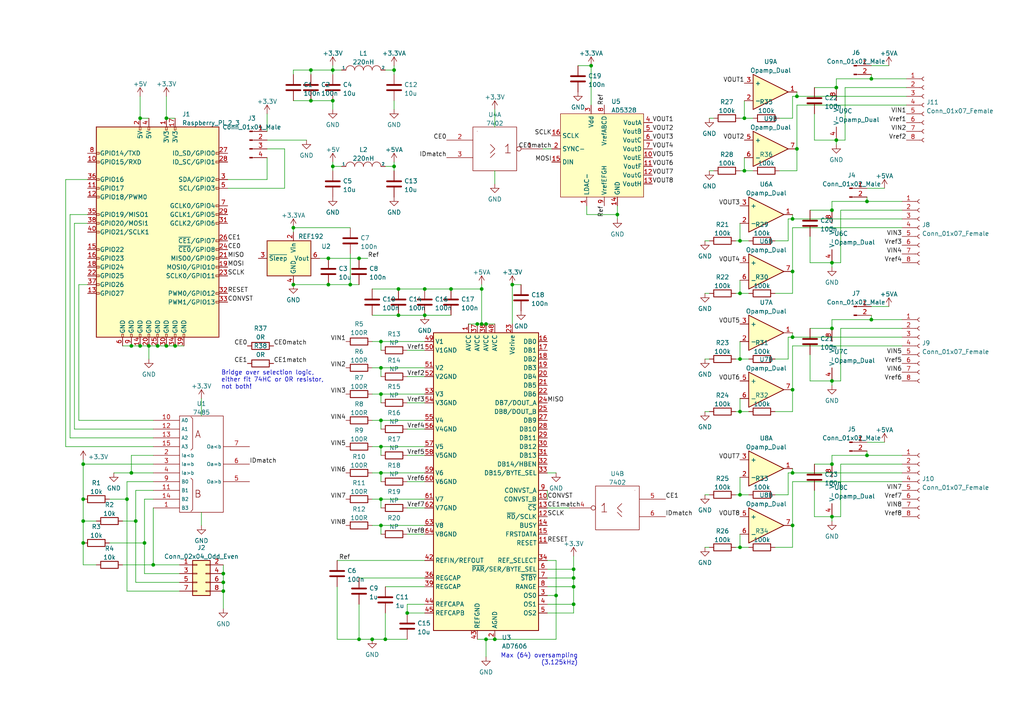
<source format=kicad_sch>
(kicad_sch (version 20211123) (generator eeschema)
  (paper "A4")
  (junction (at 38.1 137.16))
  (junction (at 143.51 185.42))
  (junction (at 214.63 69.85))
  (junction (at 241.3 60.96))
  (junction (at 179.07 62.23))
  (junction (at 140.97 93.98))
  (junction (at 101.6 82.55))
  (junction (at 44.45 163.83))
  (junction (at 111.76 185.42))
  (junction (at 95.25 74.93))
  (junction (at 214.63 143.51))
  (junction (at 166.37 170.18))
  (junction (at 229.87 152.4))
  (junction (at 104.14 74.93))
  (junction (at 241.3 76.2))
  (junction (at 64.77 171.45))
  (junction (at 229.87 137.16))
  (junction (at 41.91 157.48))
  (junction (at 140.97 185.42))
  (junction (at 229.87 97.79))
  (junction (at 90.17 20.32))
  (junction (at 241.3 95.25))
  (junction (at 40.64 34.29))
  (junction (at 48.26 34.29))
  (junction (at 229.87 63.5))
  (junction (at 45.72 100.33))
  (junction (at 96.52 20.32))
  (junction (at 110.49 121.92))
  (junction (at 36.83 144.78))
  (junction (at 171.45 19.05))
  (junction (at 110.49 144.78))
  (junction (at 114.3 48.26))
  (junction (at 96.52 29.21))
  (junction (at 96.52 48.26))
  (junction (at 95.25 82.55))
  (junction (at 242.57 25.4))
  (junction (at 104.14 185.42))
  (junction (at 115.57 83.82))
  (junction (at 166.37 175.26))
  (junction (at 138.43 93.98))
  (junction (at 50.8 100.33))
  (junction (at 231.14 27.94))
  (junction (at 166.37 165.1))
  (junction (at 64.77 166.37))
  (junction (at 214.63 104.14))
  (junction (at 214.63 158.75))
  (junction (at 110.49 129.54))
  (junction (at 38.1 100.33))
  (junction (at 90.17 29.21))
  (junction (at 123.19 91.44))
  (junction (at 40.64 100.33))
  (junction (at 110.49 106.68))
  (junction (at 115.57 91.44))
  (junction (at 251.46 132.08))
  (junction (at 24.13 151.13))
  (junction (at 252.73 22.86))
  (junction (at 110.49 99.06))
  (junction (at 24.13 157.48))
  (junction (at 166.37 167.64))
  (junction (at 64.77 168.91))
  (junction (at 229.87 78.74))
  (junction (at 48.26 100.33))
  (junction (at 214.63 119.38))
  (junction (at 107.95 185.42))
  (junction (at 114.3 20.32))
  (junction (at 123.19 83.82))
  (junction (at 110.49 137.16))
  (junction (at 252.73 92.71))
  (junction (at 241.3 149.86))
  (junction (at 148.59 82.55))
  (junction (at 139.7 83.82))
  (junction (at 215.9 49.53))
  (junction (at 43.18 100.33))
  (junction (at 161.29 172.72))
  (junction (at 118.11 177.8))
  (junction (at 241.3 110.49))
  (junction (at 242.57 40.64))
  (junction (at 251.46 58.42))
  (junction (at 85.09 82.55))
  (junction (at 24.13 144.78))
  (junction (at 215.9 34.29))
  (junction (at 39.37 151.13))
  (junction (at 241.3 134.62))
  (junction (at 139.7 93.98))
  (junction (at 229.87 113.03))
  (junction (at 110.49 114.3))
  (junction (at 24.13 134.62))
  (junction (at 110.49 152.4))
  (junction (at 85.09 66.04))
  (junction (at 231.14 43.18))
  (junction (at 130.81 83.82))
  (junction (at 214.63 85.09))
  (wire (pts (xy 96.52 48.26) (xy 96.52 49.53)))
  (wire (pts (xy 40.64 34.29) (xy 40.64 27.94)))
  (wire (pts (xy 96.52 29.21) (xy 96.52 31.75)))
  (wire (pts (xy 262.89 27.94) (xy 231.14 27.94)))
  (wire (pts (xy 224.79 104.14) (xy 228.6 104.14)))
  (wire (pts (xy 251.46 57.15) (xy 251.46 58.42)))
  (wire (pts (xy 157.48 43.18) (xy 160.02 43.18)))
  (wire (pts (xy 251.46 132.08) (xy 241.3 132.08)))
  (wire (pts (xy 118.11 147.32) (xy 123.19 147.32)))
  (wire (pts (xy 85.09 21.59) (xy 85.09 20.32)))
  (wire (pts (xy 110.49 129.54) (xy 123.19 129.54)))
  (wire (pts (xy 107.95 137.16) (xy 110.49 137.16)))
  (wire (pts (xy 204.47 119.38) (xy 205.74 119.38)))
  (wire (pts (xy 234.95 102.87) (xy 234.95 110.49)))
  (wire (pts (xy 110.49 152.4) (xy 110.49 154.94)))
  (wire (pts (xy 148.59 82.55) (xy 151.13 82.55)))
  (wire (pts (xy 243.84 110.49) (xy 241.3 110.49)))
  (wire (pts (xy 97.79 162.56) (xy 123.19 162.56)))
  (wire (pts (xy 50.8 100.33) (xy 53.34 100.33)))
  (wire (pts (xy 229.87 139.7) (xy 229.87 152.4)))
  (wire (pts (xy 110.49 114.3) (xy 110.49 116.84)))
  (wire (pts (xy 97.79 185.42) (xy 97.79 170.18)))
  (wire (pts (xy 261.62 60.96) (xy 243.84 60.96)))
  (wire (pts (xy 85.09 66.04) (xy 85.09 67.31)))
  (wire (pts (xy 31.75 144.78) (xy 36.83 144.78)))
  (wire (pts (xy 140.97 93.98) (xy 143.51 93.98)))
  (wire (pts (xy 114.3 20.32) (xy 114.3 21.59)))
  (wire (pts (xy 158.75 170.18) (xy 166.37 170.18)))
  (wire (pts (xy 228.6 143.51) (xy 228.6 137.16)))
  (wire (pts (xy 143.51 31.75) (xy 143.51 36.83)))
  (wire (pts (xy 25.4 82.55) (xy 22.86 82.55)))
  (wire (pts (xy 261.62 63.5) (xy 229.87 63.5)))
  (wire (pts (xy 179.07 62.23) (xy 179.07 63.5)))
  (wire (pts (xy 226.06 34.29) (xy 229.87 34.29)))
  (wire (pts (xy 36.83 139.7) (xy 44.45 139.7)))
  (wire (pts (xy 96.52 48.26) (xy 99.06 48.26)))
  (wire (pts (xy 52.07 163.83) (xy 44.45 163.83)))
  (wire (pts (xy 213.36 143.51) (xy 214.63 143.51)))
  (wire (pts (xy 118.11 109.22) (xy 123.19 109.22)))
  (wire (pts (xy 43.18 100.33) (xy 43.18 104.14)))
  (wire (pts (xy 171.45 19.05) (xy 171.45 30.48)))
  (wire (pts (xy 205.74 49.53) (xy 207.01 49.53)))
  (wire (pts (xy 104.14 167.64) (xy 123.19 167.64)))
  (wire (pts (xy 251.46 58.42) (xy 241.3 58.42)))
  (wire (pts (xy 110.49 137.16) (xy 123.19 137.16)))
  (wire (pts (xy 20.32 62.23) (xy 25.4 62.23)))
  (wire (pts (xy 107.95 121.92) (xy 110.49 121.92)))
  (wire (pts (xy 64.77 171.45) (xy 64.77 176.53)))
  (wire (pts (xy 19.05 52.07) (xy 19.05 129.54)))
  (wire (pts (xy 243.84 76.2) (xy 241.3 76.2)))
  (wire (pts (xy 118.11 116.84) (xy 123.19 116.84)))
  (wire (pts (xy 39.37 168.91) (xy 52.07 168.91)))
  (wire (pts (xy 231.14 27.94) (xy 231.14 26.67)))
  (wire (pts (xy 161.29 162.56) (xy 161.29 172.72)))
  (wire (pts (xy 21.59 64.77) (xy 21.59 124.46)))
  (wire (pts (xy 118.11 132.08) (xy 123.19 132.08)))
  (wire (pts (xy 107.95 99.06) (xy 110.49 99.06)))
  (wire (pts (xy 204.47 143.51) (xy 205.74 143.51)))
  (wire (pts (xy 242.57 22.86) (xy 242.57 25.4)))
  (wire (pts (xy 213.36 119.38) (xy 214.63 119.38)))
  (wire (pts (xy 44.45 134.62) (xy 24.13 134.62)))
  (wire (pts (xy 224.79 119.38) (xy 229.87 119.38)))
  (wire (pts (xy 261.62 132.08) (xy 251.46 132.08)))
  (wire (pts (xy 231.14 49.53) (xy 231.14 43.18)))
  (wire (pts (xy 118.11 175.26) (xy 118.11 177.8)))
  (wire (pts (xy 38.1 132.08) (xy 38.1 137.16)))
  (wire (pts (xy 111.76 177.8) (xy 111.76 185.42)))
  (wire (pts (xy 110.49 114.3) (xy 123.19 114.3)))
  (wire (pts (xy 214.63 154.94) (xy 214.63 158.75)))
  (wire (pts (xy 243.84 95.25) (xy 243.84 110.49)))
  (wire (pts (xy 107.95 185.42) (xy 104.14 185.42)))
  (wire (pts (xy 161.29 185.42) (xy 143.51 185.42)))
  (wire (pts (xy 44.45 121.92) (xy 22.86 121.92)))
  (wire (pts (xy 64.77 168.91) (xy 64.77 171.45)))
  (wire (pts (xy 234.95 68.58) (xy 234.95 76.2)))
  (wire (pts (xy 66.04 52.07) (xy 77.47 52.07)))
  (wire (pts (xy 214.63 158.75) (xy 217.17 158.75)))
  (wire (pts (xy 252.73 88.9) (xy 257.81 88.9)))
  (wire (pts (xy 41.91 144.78) (xy 44.45 144.78)))
  (wire (pts (xy 242.57 40.64) (xy 242.57 41.91)))
  (wire (pts (xy 140.97 185.42) (xy 143.51 185.42)))
  (wire (pts (xy 158.75 177.8) (xy 166.37 177.8)))
  (wire (pts (xy 43.18 34.29) (xy 40.64 34.29)))
  (wire (pts (xy 85.09 29.21) (xy 90.17 29.21)))
  (wire (pts (xy 166.37 170.18) (xy 166.37 175.26)))
  (wire (pts (xy 217.17 104.14) (xy 214.63 104.14)))
  (wire (pts (xy 229.87 100.33) (xy 229.87 113.03)))
  (wire (pts (xy 118.11 154.94) (xy 123.19 154.94)))
  (wire (pts (xy 130.81 83.82) (xy 139.7 83.82)))
  (wire (pts (xy 31.75 157.48) (xy 41.91 157.48)))
  (wire (pts (xy 158.75 172.72) (xy 161.29 172.72)))
  (wire (pts (xy 158.75 137.16) (xy 161.29 137.16)))
  (wire (pts (xy 33.02 137.16) (xy 38.1 137.16)))
  (wire (pts (xy 138.43 93.98) (xy 139.7 93.98)))
  (wire (pts (xy 229.87 85.09) (xy 229.87 78.74)))
  (wire (pts (xy 213.36 104.14) (xy 214.63 104.14)))
  (wire (pts (xy 41.91 166.37) (xy 41.91 157.48)))
  (wire (pts (xy 85.09 66.04) (xy 101.6 66.04)))
  (wire (pts (xy 179.07 62.23) (xy 170.18 62.23)))
  (wire (pts (xy 139.7 83.82) (xy 139.7 93.98)))
  (wire (pts (xy 161.29 172.72) (xy 161.29 185.42)))
  (wire (pts (xy 58.42 115.57) (xy 58.42 120.65)))
  (wire (pts (xy 213.36 85.09) (xy 214.63 85.09)))
  (wire (pts (xy 107.95 106.68) (xy 110.49 106.68)))
  (wire (pts (xy 241.3 76.2) (xy 241.3 77.47)))
  (wire (pts (xy 95.25 82.55) (xy 101.6 82.55)))
  (wire (pts (xy 241.3 58.42) (xy 241.3 60.96)))
  (wire (pts (xy 214.63 85.09) (xy 217.17 85.09)))
  (wire (pts (xy 158.75 167.64) (xy 166.37 167.64)))
  (wire (pts (xy 38.1 100.33) (xy 40.64 100.33)))
  (wire (pts (xy 252.73 19.05) (xy 257.81 19.05)))
  (wire (pts (xy 24.13 163.83) (xy 24.13 157.48)))
  (wire (pts (xy 214.63 119.38) (xy 217.17 119.38)))
  (wire (pts (xy 261.62 95.25) (xy 243.84 95.25)))
  (wire (pts (xy 229.87 158.75) (xy 229.87 152.4)))
  (wire (pts (xy 236.22 33.02) (xy 236.22 40.64)))
  (wire (pts (xy 82.55 54.61) (xy 82.55 43.18)))
  (wire (pts (xy 139.7 93.98) (xy 140.97 93.98)))
  (wire (pts (xy 77.47 33.02) (xy 77.47 38.1)))
  (wire (pts (xy 214.63 81.28) (xy 214.63 85.09)))
  (wire (pts (xy 107.95 129.54) (xy 110.49 129.54)))
  (wire (pts (xy 214.63 104.14) (xy 214.63 99.06)))
  (wire (pts (xy 110.49 99.06) (xy 110.49 101.6)))
  (wire (pts (xy 85.09 20.32) (xy 90.17 20.32)))
  (wire (pts (xy 43.18 100.33) (xy 45.72 100.33)))
  (wire (pts (xy 27.94 163.83) (xy 24.13 163.83)))
  (wire (pts (xy 110.49 99.06) (xy 123.19 99.06)))
  (wire (pts (xy 85.09 82.55) (xy 95.25 82.55)))
  (wire (pts (xy 38.1 137.16) (xy 44.45 137.16)))
  (wire (pts (xy 229.87 27.94) (xy 231.14 27.94)))
  (wire (pts (xy 118.11 139.7) (xy 123.19 139.7)))
  (wire (pts (xy 95.25 74.93) (xy 104.14 74.93)))
  (wire (pts (xy 252.73 22.86) (xy 242.57 22.86)))
  (wire (pts (xy 110.49 129.54) (xy 110.49 132.08)))
  (wire (pts (xy 138.43 185.42) (xy 140.97 185.42)))
  (wire (pts (xy 82.55 43.18) (xy 77.47 43.18)))
  (wire (pts (xy 170.18 62.23) (xy 170.18 59.69)))
  (wire (pts (xy 35.56 163.83) (xy 44.45 163.83)))
  (wire (pts (xy 236.22 149.86) (xy 241.3 149.86)))
  (wire (pts (xy 118.11 124.46) (xy 123.19 124.46)))
  (wire (pts (xy 252.73 92.71) (xy 241.3 92.71)))
  (wire (pts (xy 261.62 97.79) (xy 229.87 97.79)))
  (wire (pts (xy 251.46 128.27) (xy 256.54 128.27)))
  (wire (pts (xy 22.86 82.55) (xy 22.86 121.92)))
  (wire (pts (xy 35.56 100.33) (xy 38.1 100.33)))
  (wire (pts (xy 111.76 48.26) (xy 114.3 48.26)))
  (wire (pts (xy 213.36 69.85) (xy 214.63 69.85)))
  (wire (pts (xy 110.49 144.78) (xy 110.49 147.32)))
  (wire (pts (xy 228.6 97.79) (xy 229.87 97.79)))
  (wire (pts (xy 21.59 64.77) (xy 25.4 64.77)))
  (wire (pts (xy 114.3 19.05) (xy 114.3 20.32)))
  (wire (pts (xy 215.9 45.72) (xy 215.9 49.53)))
  (wire (pts (xy 110.49 121.92) (xy 110.49 124.46)))
  (wire (pts (xy 104.14 185.42) (xy 97.79 185.42)))
  (wire (pts (xy 50.8 34.29) (xy 48.26 34.29)))
  (wire (pts (xy 143.51 49.53) (xy 143.51 53.34)))
  (wire (pts (xy 236.22 134.62) (xy 241.3 134.62)))
  (wire (pts (xy 166.37 167.64) (xy 166.37 170.18)))
  (wire (pts (xy 110.49 121.92) (xy 123.19 121.92)))
  (wire (pts (xy 24.13 151.13) (xy 24.13 157.48)))
  (wire (pts (xy 39.37 142.24) (xy 44.45 142.24)))
  (wire (pts (xy 90.17 20.32) (xy 90.17 21.59)))
  (wire (pts (xy 110.49 106.68) (xy 110.49 109.22)))
  (wire (pts (xy 243.84 134.62) (xy 243.84 149.86)))
  (wire (pts (xy 241.3 149.86) (xy 241.3 151.13)))
  (wire (pts (xy 77.47 45.72) (xy 77.47 52.07)))
  (wire (pts (xy 229.87 97.79) (xy 229.87 96.52)))
  (wire (pts (xy 262.89 25.4) (xy 245.11 25.4)))
  (wire (pts (xy 228.6 69.85) (xy 228.6 63.5)))
  (wire (pts (xy 39.37 151.13) (xy 39.37 168.91)))
  (wire (pts (xy 261.62 139.7) (xy 229.87 139.7)))
  (wire (pts (xy 214.63 115.57) (xy 214.63 119.38)))
  (wire (pts (xy 243.84 60.96) (xy 243.84 76.2)))
  (wire (pts (xy 261.62 137.16) (xy 229.87 137.16)))
  (wire (pts (xy 213.36 158.75) (xy 214.63 158.75)))
  (wire (pts (xy 39.37 142.24) (xy 39.37 151.13)))
  (wire (pts (xy 215.9 49.53) (xy 218.44 49.53)))
  (wire (pts (xy 241.3 92.71) (xy 241.3 95.25)))
  (wire (pts (xy 96.52 19.05) (xy 96.52 20.32)))
  (wire (pts (xy 158.75 162.56) (xy 161.29 162.56)))
  (wire (pts (xy 123.19 175.26) (xy 118.11 175.26)))
  (wire (pts (xy 166.37 177.8) (xy 166.37 175.26)))
  (wire (pts (xy 167.64 19.05) (xy 171.45 19.05)))
  (wire (pts (xy 96.52 46.99) (xy 96.52 48.26)))
  (wire (pts (xy 19.05 52.07) (xy 25.4 52.07)))
  (wire (pts (xy 52.07 166.37) (xy 41.91 166.37)))
  (wire (pts (xy 224.79 158.75) (xy 229.87 158.75)))
  (wire (pts (xy 36.83 144.78) (xy 36.83 139.7)))
  (wire (pts (xy 107.95 144.78) (xy 110.49 144.78)))
  (wire (pts (xy 118.11 177.8) (xy 123.19 177.8)))
  (wire (pts (xy 231.14 30.48) (xy 231.14 43.18)))
  (wire (pts (xy 241.3 132.08) (xy 241.3 134.62)))
  (wire (pts (xy 228.6 104.14) (xy 228.6 97.79)))
  (wire (pts (xy 140.97 185.42) (xy 140.97 190.5)))
  (wire (pts (xy 115.57 83.82) (xy 123.19 83.82)))
  (wire (pts (xy 107.95 152.4) (xy 110.49 152.4)))
  (wire (pts (xy 217.17 69.85) (xy 214.63 69.85)))
  (wire (pts (xy 234.95 76.2) (xy 241.3 76.2)))
  (wire (pts (xy 158.75 147.32) (xy 165.1 147.32)))
  (wire (pts (xy 234.95 95.25) (xy 241.3 95.25)))
  (wire (pts (xy 110.49 144.78) (xy 123.19 144.78)))
  (wire (pts (xy 158.75 175.26) (xy 166.37 175.26)))
  (wire (pts (xy 27.94 151.13) (xy 24.13 151.13)))
  (wire (pts (xy 241.3 110.49) (xy 241.3 111.76)))
  (wire (pts (xy 107.95 91.44) (xy 115.57 91.44)))
  (wire (pts (xy 262.89 22.86) (xy 252.73 22.86)))
  (wire (pts (xy 204.47 85.09) (xy 205.74 85.09)))
  (wire (pts (xy 110.49 137.16) (xy 110.49 139.7)))
  (wire (pts (xy 118.11 185.42) (xy 111.76 185.42)))
  (wire (pts (xy 44.45 129.54) (xy 19.05 129.54)))
  (wire (pts (xy 40.64 100.33) (xy 43.18 100.33)))
  (wire (pts (xy 106.68 74.93) (xy 104.14 74.93)))
  (wire (pts (xy 243.84 149.86) (xy 241.3 149.86)))
  (wire (pts (xy 77.47 40.64) (xy 88.9 40.64)))
  (wire (pts (xy 214.63 143.51) (xy 214.63 138.43)))
  (wire (pts (xy 217.17 143.51) (xy 214.63 143.51)))
  (wire (pts (xy 123.19 83.82) (xy 130.81 83.82)))
  (wire (pts (xy 48.26 34.29) (xy 48.26 27.94)))
  (wire (pts (xy 234.95 60.96) (xy 241.3 60.96)))
  (wire (pts (xy 218.44 34.29) (xy 215.9 34.29)))
  (wire (pts (xy 179.07 59.69) (xy 179.07 62.23)))
  (wire (pts (xy 139.7 83.82) (xy 139.7 82.55)))
  (wire (pts (xy 261.62 58.42) (xy 251.46 58.42)))
  (wire (pts (xy 66.04 54.61) (xy 82.55 54.61)))
  (wire (pts (xy 148.59 82.55) (xy 148.59 93.98)))
  (wire (pts (xy 104.14 175.26) (xy 104.14 185.42)))
  (wire (pts (xy 204.47 158.75) (xy 205.74 158.75)))
  (wire (pts (xy 229.87 137.16) (xy 229.87 135.89)))
  (wire (pts (xy 158.75 142.24) (xy 158.75 144.78)))
  (wire (pts (xy 101.6 73.66) (xy 101.6 82.55)))
  (wire (pts (xy 228.6 137.16) (xy 229.87 137.16)))
  (wire (pts (xy 229.87 34.29) (xy 229.87 27.94)))
  (wire (pts (xy 111.76 185.42) (xy 107.95 185.42)))
  (wire (pts (xy 111.76 20.32) (xy 114.3 20.32)))
  (wire (pts (xy 261.62 134.62) (xy 243.84 134.62)))
  (wire (pts (xy 64.77 166.37) (xy 64.77 168.91)))
  (wire (pts (xy 107.95 114.3) (xy 110.49 114.3)))
  (wire (pts (xy 261.62 66.04) (xy 229.87 66.04)))
  (wire (pts (xy 166.37 161.29) (xy 166.37 165.1)))
  (wire (pts (xy 96.52 20.32) (xy 99.06 20.32)))
  (wire (pts (xy 245.11 40.64) (xy 242.57 40.64)))
  (wire (pts (xy 36.83 144.78) (xy 36.83 171.45)))
  (wire (pts (xy 44.45 127) (xy 20.32 127)))
  (wire (pts (xy 114.3 46.99) (xy 114.3 48.26)))
  (wire (pts (xy 135.89 93.98) (xy 138.43 93.98)))
  (wire (pts (xy 252.73 21.59) (xy 252.73 22.86)))
  (wire (pts (xy 110.49 106.68) (xy 123.19 106.68)))
  (wire (pts (xy 90.17 20.32) (xy 96.52 20.32)))
  (wire (pts (xy 228.6 63.5) (xy 229.87 63.5)))
  (wire (pts (xy 229.87 66.04) (xy 229.87 78.74)))
  (wire (pts (xy 110.49 152.4) (xy 123.19 152.4)))
  (wire (pts (xy 214.63 49.53) (xy 215.9 49.53)))
  (wire (pts (xy 24.13 134.62) (xy 24.13 133.35)))
  (wire (pts (xy 48.26 100.33) (xy 50.8 100.33)))
  (wire (pts (xy 229.87 119.38) (xy 229.87 113.03)))
  (wire (pts (xy 111.76 170.18) (xy 123.19 170.18)))
  (wire (pts (xy 252.73 91.44) (xy 252.73 92.71)))
  (wire (pts (xy 262.89 30.48) (xy 231.14 30.48)))
  (wire (pts (xy 123.19 91.44) (xy 130.81 91.44)))
  (wire (pts (xy 107.95 83.82) (xy 115.57 83.82)))
  (wire (pts (xy 226.06 49.53) (xy 231.14 49.53)))
  (wire (pts (xy 205.74 34.29) (xy 207.01 34.29)))
  (wire (pts (xy 236.22 40.64) (xy 242.57 40.64)))
  (wire (pts (xy 64.77 163.83) (xy 64.77 166.37)))
  (wire (pts (xy 236.22 142.24) (xy 236.22 149.86)))
  (wire (pts (xy 44.45 132.08) (xy 38.1 132.08)))
  (wire (pts (xy 58.42 148.59) (xy 58.42 152.4)))
  (wire (pts (xy 229.87 63.5) (xy 229.87 62.23)))
  (wire (pts (xy 92.71 74.93) (xy 95.25 74.93)))
  (wire (pts (xy 224.79 85.09) (xy 229.87 85.09)))
  (wire (pts (xy 101.6 82.55) (xy 104.14 82.55)))
  (wire (pts (xy 261.62 100.33) (xy 229.87 100.33)))
  (wire (pts (xy 45.72 100.33) (xy 48.26 100.33)))
  (wire (pts (xy 114.3 29.21) (xy 114.3 31.75)))
  (wire (pts (xy 36.83 171.45) (xy 52.07 171.45)))
  (wire (pts (xy 158.75 165.1) (xy 166.37 165.1)))
  (wire (pts (xy 261.62 92.71) (xy 252.73 92.71)))
  (wire (pts (xy 24.13 144.78) (xy 24.13 151.13)))
  (wire (pts (xy 114.3 48.26) (xy 114.3 49.53)))
  (wire (pts (xy 204.47 104.14) (xy 205.74 104.14)))
  (wire (pts (xy 41.91 157.48) (xy 41.91 144.78)))
  (wire (pts (xy 118.11 101.6) (xy 123.19 101.6)))
  (wire (pts (xy 236.22 25.4) (xy 242.57 25.4)))
  (wire (pts (xy 214.63 34.29) (xy 215.9 34.29)))
  (wire (pts (xy 251.46 130.81) (xy 251.46 132.08)))
  (wire (pts (xy 245.11 25.4) (xy 245.11 40.64)))
  (wire (pts (xy 224.79 143.51) (xy 228.6 143.51)))
  (wire (pts (xy 20.32 62.23) (xy 20.32 127)))
  (wire (pts (xy 44.45 124.46) (xy 21.59 124.46)))
  (wire (pts (xy 214.63 69.85) (xy 214.63 64.77)))
  (wire (pts (xy 204.47 69.85) (xy 205.74 69.85)))
  (wire (pts (xy 166.37 165.1) (xy 166.37 167.64)))
  (wire (pts (xy 123.19 91.44) (xy 115.57 91.44)))
  (wire (pts (xy 24.13 134.62) (xy 24.13 144.78)))
  (wire (pts (xy 234.95 110.49) (xy 241.3 110.49)))
  (wire (pts (xy 215.9 34.29) (xy 215.9 29.21)))
  (wire (pts (xy 224.79 69.85) (xy 228.6 69.85)))
  (wire (pts (xy 44.45 163.83) (xy 44.45 147.32)))
  (wire (pts (xy 90.17 29.21) (xy 96.52 29.21)))
  (wire (pts (xy 251.46 54.61) (xy 256.54 54.61)))
  (wire (pts (xy 96.52 20.32) (xy 96.52 21.59)))
  (wire (pts (xy 35.56 151.13) (xy 39.37 151.13)))
  (text "Max (64) oversampling\n(3.125kHz)" (at 167.64 193.04 180) (effects (font (size 1.27 1.27)) (justify right bottom)))
  (text "Bridge over selection logic, \neither fit 74HC or 0R resistor, \nnot both!\n" (at 64.135 113.03 0) (effects (font (size 1.27 1.27)) (justify left bottom)))
  (label "CE0" (at 66.04 72.39 0))
  (label "MISO" (at 66.04 74.93 0))
  (label "IDmatch" (at 193.04 149.86 0))
  (label "VIN5" (at 261.62 102.87 180))
  (label "VOUT6" (at 214.63 110.49 180))
  (label "SCLK" (at 158.75 149.86 0))
  (label "VIN6" (at 261.62 107.95 180))
  (label "MOSI" (at 160.02 46.99 180))
  (label "VOUT4" (at 189.23 43.18 0))
  (label "CE1match" (at 158.75 147.32 0))
  (label "Vref8" (at 123.19 154.94 180))
  (label "VOUT3" (at 214.63 59.69 180))
  (label "VIN2" (at 100.33 106.68 180))
  (label "Vref3" (at 261.62 71.12 180))
  (label "Vref7" (at 123.19 147.32 180))
  (label "VOUT4" (at 214.63 76.2 180))
  (label "VIN6" (at 100.33 137.16 180))
  (label "Ref" (at 175.26 30.48 90))
  (label "IDmatch" (at 129.54 45.72 180))
  (label "VIN2" (at 262.89 38.1 180))
  (label "Vref3" (at 123.19 116.84 180))
  (label "MOSI" (at 66.04 77.47 0))
  (label "VOUT1" (at 189.23 35.56 0))
  (label "CE1" (at 71.755 105.41 180))
  (label "VOUT8" (at 214.63 149.86 180))
  (label "VIN4" (at 100.33 121.92 180))
  (label "CE0match" (at 160.02 43.18 180))
  (label "VOUT7" (at 214.63 133.35 180))
  (label "VOUT3" (at 189.23 40.64 0))
  (label "CE0" (at 71.755 100.33 180))
  (label "VIN4" (at 261.62 73.66 180))
  (label "SCLK" (at 160.02 39.37 180))
  (label "VIN8" (at 261.62 147.32 180))
  (label "VIN3" (at 100.33 114.3 180))
  (label "VIN5" (at 100.33 129.54 180))
  (label "VIN7" (at 100.33 144.78 180))
  (label "CE1match" (at 79.375 105.41 0))
  (label "RESET" (at 66.04 85.09 0))
  (label "CONVST" (at 158.75 144.78 0))
  (label "CE0" (at 129.54 40.64 180))
  (label "Vref2" (at 262.89 40.64 180))
  (label "CE1" (at 66.04 69.85 0))
  (label "VOUT1" (at 215.9 24.13 180))
  (label "Vref4" (at 261.62 76.2 180))
  (label "VIN1" (at 100.33 99.06 180))
  (label "VOUT2" (at 189.23 38.1 0))
  (label "MISO" (at 158.75 116.84 0))
  (label "VOUT5" (at 189.23 45.72 0))
  (label "RESET" (at 158.75 157.48 0))
  (label "Ref" (at 175.26 59.69 270))
  (label "Vref5" (at 261.62 105.41 180))
  (label "VIN3" (at 261.62 68.58 180))
  (label "Vref4" (at 123.19 124.46 180))
  (label "CE0match" (at 79.375 100.33 0))
  (label "Vref2" (at 123.19 109.22 180))
  (label "VOUT7" (at 189.23 50.8 0))
  (label "VIN8" (at 100.33 152.4 180))
  (label "VIN1" (at 262.89 33.02 180))
  (label "Ref" (at 106.68 74.93 0))
  (label "Vref5" (at 123.19 132.08 180))
  (label "CE1" (at 193.04 144.78 0))
  (label "VOUT6" (at 189.23 48.26 0))
  (label "IDmatch" (at 72.39 134.62 0))
  (label "Vref6" (at 261.62 110.49 180))
  (label "Vref7" (at 261.62 144.78 180))
  (label "Vref8" (at 261.62 149.86 180))
  (label "VOUT8" (at 189.23 53.34 0))
  (label "VOUT5" (at 214.63 93.98 180))
  (label "SCLK" (at 66.04 80.01 0))
  (label "CONVST" (at 66.04 87.63 0))
  (label "Vref1" (at 123.19 101.6 180))
  (label "VIN7" (at 261.62 142.24 180))
  (label "VOUT2" (at 215.9 40.64 180))
  (label "Vref1" (at 262.89 35.56 180))
  (label "Ref" (at 101.6 162.56 180))
  (label "Vref6" (at 123.19 139.7 180))
  (symbol (lib_id "power:GND") (at 241.3 111.76 0) (unit 1)
    (property "Reference" "#PWR043" (effects hide))
    (property "Value" "GND" (at 241.3 116.2034 0))
  )
  (symbol (lib_id "Device:C") (at 123.19 87.63 0) (unit 1)
    (property "Reference" "C16" (at 126.111 86.7953 0) (effects (justify left)))
    (property "Value" "100n" (at 126.111 89.3322 0) (effects (justify left)))
    (property "Footprint" "Capacitor_SMD:C_0402_1005Metric" (effects hide))
  )
  (symbol (lib_id "Device:Opamp_Dual") (at 243.84 68.58 0) (unit 3)
    (property "Reference" "U6" (at 241.935 67.7453 0) (effects (justify left)))
    (property "Value" "Opamp_Dual" (at 241.935 70.2822 0) (effects (justify left)))
    (property "Footprint" "Package_SO:SOP-8_3.9x4.9mm_P1.27mm" (effects hide))
  )
  (symbol (lib_id "74xx_IEEE:7485") (at 58.42 134.62 0) (unit 1)
    (property "Reference" "U1" (at 58.42 117.0772 0))
    (property "Value" "7485" (at 58.42 119.6141 0))
    (property "Footprint" "Package_SO:SOIC-16_3.9x9.9mm_P1.27mm" (effects hide))
  )
  (symbol (lib_id "Connector:Raspberry_Pi_2_3") (at 45.72 67.31 0) (unit 1)
    (property "Reference" "J1" (at 52.8194 33.1302 0) (effects (justify left)))
    (property "Value" "Raspberry_Pi_2_3" (at 52.8194 35.6671 0) (effects (justify left)))
    (property "Footprint" "Connector_PinSocket_2.54mm:PinSocket_2x20_P2.54mm_Vertical" (effects hide))
    (property "Datasheet" "https://www.raspberrypi.org/documentation/hardware/raspberrypi/schematics/rpi_SCH_3bplus_1p0_reduced.pdf" (effects hide))
  )
  (symbol (lib_id "Device:R") (at 209.55 85.09 270) (mirror x) (unit 1)
    (property "Reference" "R22" (at 209.55 80.3742 90))
    (property "Value" "100k" (at 209.55 82.9111 90))
    (property "Footprint" "Resistor_SMD:R_0603_1608Metric" (effects hide))
  )
  (symbol (lib_id "power:GND") (at 85.09 82.55 0) (unit 1)
    (property "Reference" "#PWR011" (effects hide))
    (property "Value" "GND" (at 85.09 86.9934 0))
  )
  (symbol (lib_id "power:GND") (at 204.47 104.14 0) (unit 1)
    (property "Reference" "#PWR036" (effects hide))
    (property "Value" "GND" (at 204.47 108.5834 0))
  )
  (symbol (lib_id "Device:C") (at 107.95 87.63 0) (unit 1)
    (property "Reference" "C10" (at 110.871 86.7953 0) (effects (justify left)))
    (property "Value" "100n" (at 110.871 89.3322 0) (effects (justify left)))
    (property "Footprint" "Capacitor_SMD:C_0402_1005Metric" (effects hide))
  )
  (symbol (lib_id "Connector:Conn_01x08_Female") (at 267.97 30.48 0) (unit 1)
    (property "Reference" "J11" (at 268.6812 29.6453 0) (effects (justify left)))
    (property "Value" "Conn_01x07_Female" (at 268.6812 32.1822 0) (effects (justify left)))
    (property "Footprint" "Connector_PinSocket_2.54mm:PinSocket_1x08_P2.54mm_Horizontal" (effects hide))
  )
  (symbol (lib_id "Device:Opamp_Dual") (at 243.84 142.24 0) (unit 3)
    (property "Reference" "U8" (at 241.935 141.4053 0) (effects (justify left)))
    (property "Value" "Opamp_Dual" (at 241.935 143.9422 0) (effects (justify left)))
    (property "Footprint" "Package_SO:SOP-8_3.9x4.9mm_P1.27mm" (effects hide))
  )
  (symbol (lib_id "power:GND") (at 241.3 151.13 0) (unit 1)
    (property "Reference" "#PWR044" (effects hide))
    (property "Value" "GND" (at 241.3 155.5734 0))
  )
  (symbol (lib_id "power:+5VA") (at 256.54 128.27 0) (unit 1)
    (property "Reference" "#PWR047" (effects hide))
    (property "Value" "+5VA" (at 256.54 124.6942 0))
  )
  (symbol (lib_id "power:+5VA") (at 257.81 88.9 0) (unit 1)
    (property "Reference" "#PWR049" (effects hide))
    (property "Value" "+5VA" (at 257.81 85.3242 0))
  )
  (symbol (lib_id "Connector:Conn_01x02_Male") (at 247.65 19.05 0) (unit 1)
    (property "Reference" "J6" (at 248.285 15.274 0))
    (property "Value" "Conn_01x02_Male" (at 248.285 17.8109 0))
    (property "Footprint" "Connector_PinHeader_2.54mm:PinHeader_1x02_P2.54mm_Vertical" (effects hide))
  )
  (symbol (lib_id "Device:C") (at 111.76 173.99 0) (unit 1)
    (property "Reference" "C11" (at 114.681 173.1553 0) (effects (justify left)))
    (property "Value" "1u" (at 114.681 175.6922 0) (effects (justify left)))
    (property "Footprint" "Capacitor_SMD:C_0603_1608Metric" (effects hide))
  )
  (symbol (lib_id "power:+5V") (at 96.52 46.99 0) (unit 1)
    (property "Reference" "#PWR015" (effects hide))
    (property "Value" "+5V" (at 96.52 43.4142 0))
  )
  (symbol (lib_id "Device:C") (at 234.95 64.77 0) (unit 1)
    (property "Reference" "C20" (at 237.871 63.9353 0) (effects (justify left)))
    (property "Value" "100n" (at 237.871 66.4722 0) (effects (justify left)))
    (property "Footprint" "Capacitor_SMD:C_0402_1005Metric" (effects hide))
  )
  (symbol (lib_id "Connector:Conn_01x02_Male") (at 246.38 54.61 0) (unit 1)
    (property "Reference" "J4" (at 247.015 50.834 0))
    (property "Value" "Conn_01x02_Male" (at 247.015 53.3709 0))
    (property "Footprint" "Connector_PinHeader_2.54mm:PinHeader_1x02_P2.54mm_Vertical" (effects hide))
  )
  (symbol (lib_id "power:+3.3VA") (at 114.3 19.05 0) (unit 1)
    (property "Reference" "#PWR018" (effects hide))
    (property "Value" "+3.3VA" (at 114.3 15.4742 0))
  )
  (symbol (lib_id "Device:R") (at 27.94 144.78 90) (unit 1)
    (property "Reference" "R1" (at 27.94 140.0642 90))
    (property "Value" "10k" (at 27.94 142.6011 90))
    (property "Footprint" "Resistor_SMD:R_0603_1608Metric" (effects hide))
  )
  (symbol (lib_id "Device:R") (at 209.55 69.85 270) (mirror x) (unit 1)
    (property "Reference" "R21" (at 209.55 65.1342 90))
    (property "Value" "100k" (at 209.55 67.6711 90))
    (property "Footprint" "Resistor_SMD:R_0603_1608Metric" (effects hide))
  )
  (symbol (lib_id "Device:R") (at 222.25 49.53 270) (mirror x) (unit 1)
    (property "Reference" "R36" (at 222.25 44.8142 90))
    (property "Value" "100k" (at 222.25 47.3511 90))
    (property "Footprint" "Resistor_SMD:R_0603_1608Metric" (effects hide))
  )
  (symbol (lib_id "power:GND") (at 123.19 91.44 0) (unit 1)
    (property "Reference" "#PWR022" (effects hide))
    (property "Value" "GND" (at 123.19 95.8834 0))
  )
  (symbol (lib_id "Device:C") (at 96.52 53.34 0) (unit 1)
    (property "Reference" "C5" (at 99.441 52.5053 0) (effects (justify left)))
    (property "Value" "10u" (at 99.441 55.0422 0) (effects (justify left)))
    (property "Footprint" "Capacitor_SMD:C_0603_1608Metric" (effects hide))
  )
  (symbol (lib_id "power:GND") (at 96.52 31.75 0) (unit 1)
    (property "Reference" "#PWR014" (effects hide))
    (property "Value" "GND" (at 96.52 36.1934 0))
  )
  (symbol (lib_id "Device:R") (at 31.75 163.83 90) (unit 1)
    (property "Reference" "R4" (at 31.75 159.1142 90))
    (property "Value" "10k" (at 31.75 161.6511 90))
    (property "Footprint" "Resistor_SMD:R_0603_1608Metric" (effects hide))
  )
  (symbol (lib_id "Device:R") (at 114.3 124.46 270) (mirror x) (unit 1)
    (property "Reference" "R16" (at 114.3 119.7442 90))
    (property "Value" "NP" (at 114.3 122.2811 90))
    (property "Footprint" "Resistor_SMD:R_0603_1608Metric" (effects hide))
  )
  (symbol (lib_id "74xx_IEEE:7402") (at 179.07 147.32 0) (mirror y) (unit 2)
    (property "Reference" "U4" (at 179.07 137.3972 0))
    (property "Value" "7402" (at 179.07 139.9341 0))
    (property "Footprint" "Package_SO:SOIC-14_3.9x8.7mm_P1.27mm" (effects hide))
  )
  (symbol (lib_id "power:GND") (at 204.47 85.09 0) (unit 1)
    (property "Reference" "#PWR035" (effects hide))
    (property "Value" "GND" (at 204.47 89.5334 0))
  )
  (symbol (lib_id "power:+3.3V") (at 24.13 133.35 0) (unit 1)
    (property "Reference" "#PWR01" (effects hide))
    (property "Value" "+3.3V" (at 25.527 132.5138 0) (effects (justify left)))
  )
  (symbol (lib_id "Device:R") (at 27.94 157.48 90) (unit 1)
    (property "Reference" "R3" (at 27.94 152.7642 90))
    (property "Value" "10k" (at 27.94 155.3011 90))
    (property "Footprint" "Resistor_SMD:R_0603_1608Metric" (effects hide))
  )
  (symbol (lib_id "Device:C") (at 234.95 99.06 0) (unit 1)
    (property "Reference" "C21" (at 237.871 98.2253 0) (effects (justify left)))
    (property "Value" "100n" (at 237.871 100.7622 0) (effects (justify left)))
    (property "Footprint" "Capacitor_SMD:C_0402_1005Metric" (effects hide))
  )
  (symbol (lib_id "Device:R") (at 209.55 143.51 270) (mirror x) (unit 1)
    (property "Reference" "R25" (at 209.55 138.7942 90))
    (property "Value" "100k" (at 209.55 141.3311 90))
    (property "Footprint" "Resistor_SMD:R_0603_1608Metric" (effects hide))
  )
  (symbol (lib_id "power:+3.3V") (at 143.51 31.75 0) (unit 1)
    (property "Reference" "#PWR025" (effects hide))
    (property "Value" "+3.3V" (at 143.51 28.1742 0))
  )
  (symbol (lib_id "power:GND") (at 143.51 53.34 0) (unit 1)
    (property "Reference" "#PWR026" (effects hide))
    (property "Value" "GND" (at 143.51 57.7834 0))
  )
  (symbol (lib_id "Device:C") (at 236.22 138.43 0) (unit 1)
    (property "Reference" "C23" (at 239.141 137.5953 0) (effects (justify left)))
    (property "Value" "100n" (at 239.141 140.1322 0) (effects (justify left)))
    (property "Footprint" "Capacitor_SMD:C_0402_1005Metric" (effects hide))
  )
  (symbol (lib_id "Connector:Conn_01x08_Female") (at 266.7 139.7 0) (unit 1)
    (property "Reference" "J10" (at 267.4112 138.8653 0) (effects (justify left)))
    (property "Value" "Conn_01x07_Female" (at 267.4112 141.4022 0) (effects (justify left)))
    (property "Footprint" "Connector_PinSocket_2.54mm:PinSocket_1x08_P2.54mm_Horizontal" (effects hide))
  )
  (symbol (lib_id "Device:Opamp_Dual") (at 222.25 135.89 0) (unit 1)
    (property "Reference" "U8" (at 222.25 127.1102 0))
    (property "Value" "Opamp_Dual" (at 222.25 129.6471 0))
    (property "Footprint" "Package_SO:SOP-8_3.9x4.9mm_P1.27mm" (effects hide))
  )
  (symbol (lib_id "Device:R") (at 104.14 106.68 270) (mirror x) (unit 1)
    (property "Reference" "R6" (at 104.14 101.9642 90))
    (property "Value" "100R" (at 104.14 104.5011 90))
    (property "Footprint" "Resistor_SMD:R_0603_1608Metric" (effects hide))
  )
  (symbol (lib_id "Device:R") (at 220.98 104.14 270) (mirror x) (unit 1)
    (property "Reference" "R31" (at 220.98 99.4242 90))
    (property "Value" "100k" (at 220.98 101.9611 90))
    (property "Footprint" "Resistor_SMD:R_0603_1608Metric" (effects hide))
  )
  (symbol (lib_id "Device:R") (at 104.14 129.54 270) (mirror x) (unit 1)
    (property "Reference" "R9" (at 104.14 124.8242 90))
    (property "Value" "100R" (at 104.14 127.3611 90))
    (property "Footprint" "Resistor_SMD:R_0603_1608Metric" (effects hide))
  )
  (symbol (lib_id "power:+3.3V") (at 148.59 82.55 0) (unit 1)
    (property "Reference" "#PWR027" (effects hide))
    (property "Value" "+3.3V" (at 148.59 78.9742 0))
  )
  (symbol (lib_id "power:+5VA") (at 139.7 82.55 0) (unit 1)
    (property "Reference" "#PWR023" (effects hide))
    (property "Value" "+5VA" (at 139.7 78.9742 0))
  )
  (symbol (lib_id "power:GND") (at 205.74 34.29 0) (unit 1)
    (property "Reference" "#PWR040" (effects hide))
    (property "Value" "GND" (at 205.74 38.7334 0))
  )
  (symbol (lib_id "Device:C") (at 101.6 69.85 0) (unit 1)
    (property "Reference" "C7" (at 104.521 69.0153 0) (effects (justify left)))
    (property "Value" "100n" (at 104.521 71.5522 0) (effects (justify left)))
    (property "Footprint" "Capacitor_SMD:C_0402_1005Metric" (effects hide))
  )
  (symbol (lib_id "Device:R") (at 104.14 114.3 270) (mirror x) (unit 1)
    (property "Reference" "R7" (at 104.14 109.5842 90))
    (property "Value" "100R" (at 104.14 112.1211 90))
    (property "Footprint" "Resistor_SMD:R_0603_1608Metric" (effects hide))
  )
  (symbol (lib_id "Device:R") (at 210.82 49.53 270) (mirror x) (unit 1)
    (property "Reference" "R28" (at 210.82 44.8142 90))
    (property "Value" "100k" (at 210.82 47.3511 90))
    (property "Footprint" "Resistor_SMD:R_0603_1608Metric" (effects hide))
  )
  (symbol (lib_id "Device:R") (at 31.75 151.13 90) (unit 1)
    (property "Reference" "R2" (at 31.75 146.4142 90))
    (property "Value" "10k" (at 31.75 148.9511 90))
    (property "Footprint" "Resistor_SMD:R_0603_1608Metric" (effects hide))
  )
  (symbol (lib_id "Device:C") (at 130.81 87.63 0) (unit 1)
    (property "Reference" "C17" (at 133.731 86.7953 0) (effects (justify left)))
    (property "Value" "100n" (at 133.731 89.3322 0) (effects (justify left)))
    (property "Footprint" "Capacitor_SMD:C_0402_1005Metric" (effects hide))
  )
  (symbol (lib_id "Device:C") (at 95.25 78.74 0) (unit 1)
    (property "Reference" "C3" (at 98.171 77.9053 0) (effects (justify left)))
    (property "Value" "10u" (at 98.171 80.4422 0) (effects (justify left)))
    (property "Footprint" "Capacitor_SMD:C_0603_1608Metric" (effects hide))
  )
  (symbol (lib_id "power:+3.3V") (at 77.47 33.02 0) (unit 1)
    (property "Reference" "#PWR09" (effects hide))
    (property "Value" "+3.3V" (at 77.47 29.4442 0))
  )
  (symbol (lib_id "power:GND") (at 204.47 158.75 0) (unit 1)
    (property "Reference" "#PWR039" (effects hide))
    (property "Value" "GND" (at 204.47 163.1934 0))
  )
  (symbol (lib_id "Device:R") (at 209.55 104.14 270) (mirror x) (unit 1)
    (property "Reference" "R23" (at 209.55 99.4242 90))
    (property "Value" "100k" (at 209.55 101.9611 90))
    (property "Footprint" "Resistor_SMD:R_0603_1608Metric" (effects hide))
  )
  (symbol (lib_id "AD:AD5328") (at 173.99 44.45 0) (unit 1)
    (property "Reference" "U5" (at 177.2794 29.4472 0) (effects (justify left)))
    (property "Value" "AD5328" (at 177.2794 31.9841 0) (effects (justify left)))
    (property "Footprint" "Package_SO:TSSOP-16-1EP_4.4x5mm_P0.65mm" (effects hide))
  )
  (symbol (lib_id "power:+3.3V") (at 58.42 115.57 0) (unit 1)
    (property "Reference" "#PWR06" (effects hide))
    (property "Value" "+3.3V" (at 58.42 111.9942 0))
  )
  (symbol (lib_id "power:GND") (at 242.57 41.91 0) (unit 1)
    (property "Reference" "#PWR045" (effects hide))
    (property "Value" "GND" (at 242.57 46.3534 0))
  )
  (symbol (lib_id "Device:R") (at 220.98 69.85 270) (mirror x) (unit 1)
    (property "Reference" "R29" (at 220.98 65.1342 90))
    (property "Value" "100k" (at 220.98 67.6711 90))
    (property "Footprint" "Resistor_SMD:R_0603_1608Metric" (effects hide))
  )
  (symbol (lib_id "power:GND") (at 88.9 40.64 0) (unit 1)
    (property "Reference" "#PWR012" (effects hide))
    (property "Value" "GND" (at 88.9 45.0834 0))
  )
  (symbol (lib_id "power:+5VA") (at 257.81 19.05 0) (unit 1)
    (property "Reference" "#PWR048" (effects hide))
    (property "Value" "+5VA" (at 257.81 15.4742 0))
  )
  (symbol (lib_id "Device:C") (at 97.79 166.37 0) (unit 1)
    (property "Reference" "C6" (at 100.711 165.5353 0) (effects (justify left)))
    (property "Value" "100n" (at 100.711 168.0722 0) (effects (justify left)))
    (property "Footprint" "Capacitor_SMD:C_0402_1005Metric" (effects hide))
  )
  (symbol (lib_id "Device:R") (at 209.55 158.75 270) (mirror x) (unit 1)
    (property "Reference" "R26" (at 209.55 154.0342 90))
    (property "Value" "100k" (at 209.55 156.5711 90))
    (property "Footprint" "Resistor_SMD:R_0603_1608Metric" (effects hide))
  )
  (symbol (lib_id "power:+3.3VA") (at 171.45 19.05 0) (unit 1)
    (property "Reference" "#PWR032" (effects hide))
    (property "Value" "+3.3VA" (at 171.45 15.4742 0))
  )
  (symbol (lib_id "pspice:INDUCTOR") (at 105.41 20.32 0) (unit 1)
    (property "Reference" "L1" (at 105.41 15.4772 0))
    (property "Value" "220nH" (at 105.41 18.0141 0))
    (property "Footprint" "Inductor_SMD:L_1210_3225Metric" (effects hide))
  )
  (symbol (lib_id "Device:Opamp_Dual") (at 222.25 113.03 0) (unit 2)
    (property "Reference" "U7" (at 222.25 104.2502 0))
    (property "Value" "Opamp_Dual" (at 222.25 106.7871 0))
    (property "Footprint" "Package_SO:SOP-8_3.9x4.9mm_P1.27mm" (effects hide))
  )
  (symbol (lib_id "Device:C") (at 90.17 25.4 0) (unit 1)
    (property "Reference" "C2" (at 93.091 24.5653 0) (effects (justify left)))
    (property "Value" "100n" (at 93.091 27.1022 0) (effects (justify left)))
    (property "Footprint" "Capacitor_SMD:C_0402_1005Metric" (effects hide))
  )
  (symbol (lib_id "power:GND") (at 241.3 77.47 0) (unit 1)
    (property "Reference" "#PWR042" (effects hide))
    (property "Value" "GND" (at 241.3 81.9134 0))
  )
  (symbol (lib_id "Connector:Conn_01x02_Male") (at 247.65 88.9 0) (unit 1)
    (property "Reference" "J7" (at 248.285 85.124 0))
    (property "Value" "Conn_01x02_Male" (at 248.285 87.6609 0))
    (property "Footprint" "Connector_PinHeader_2.54mm:PinHeader_1x02_P2.54mm_Vertical" (effects hide))
  )
  (symbol (lib_id "power:GND") (at 161.29 137.16 0) (unit 1)
    (property "Reference" "#PWR029" (effects hide))
    (property "Value" "GND" (at 161.29 141.6034 0))
  )
  (symbol (lib_id "Connector:Conn_01x04_Male") (at 72.39 40.64 0) (unit 1)
    (property "Reference" "J3" (at 73.025 34.324 0))
    (property "Value" "Conn_01x04_Male" (at 73.025 36.8609 0))
    (property "Footprint" "Connector_PinHeader_2.54mm:PinHeader_1x04_P2.54mm_Vertical" (effects hide))
  )
  (symbol (lib_id "power:+5VA") (at 256.54 54.61 0) (unit 1)
    (property "Reference" "#PWR046" (effects hide))
    (property "Value" "+5VA" (at 256.54 51.0342 0))
  )
  (symbol (lib_id "Device:C") (at 115.57 87.63 0) (unit 1)
    (property "Reference" "C14" (at 118.491 86.7953 0) (effects (justify left)))
    (property "Value" "100n" (at 118.491 89.3322 0) (effects (justify left)))
    (property "Footprint" "Capacitor_SMD:C_0402_1005Metric" (effects hide))
  )
  (symbol (lib_id "power:GND") (at 114.3 31.75 0) (unit 1)
    (property "Reference" "#PWR019" (effects hide))
    (property "Value" "GND" (at 114.3 36.1934 0))
  )
  (symbol (lib_id "Device:Opamp_Dual") (at 245.11 33.02 0) (unit 3)
    (property "Reference" "U9" (at 243.205 32.1853 0) (effects (justify left)))
    (property "Value" "Opamp_Dual" (at 243.205 34.7222 0) (effects (justify left)))
    (property "Footprint" "Package_SO:SOP-8_3.9x4.9mm_P1.27mm" (effects hide))
  )
  (symbol (lib_id "Device:C") (at 104.14 171.45 0) (unit 1)
    (property "Reference" "C9" (at 107.061 170.6153 0) (effects (justify left)))
    (property "Value" "1u" (at 107.061 173.1522 0) (effects (justify left)))
    (property "Footprint" "Capacitor_SMD:C_0603_1608Metric" (effects hide))
  )
  (symbol (lib_id "Connector:Conn_01x02_Male") (at 246.38 128.27 0) (unit 1)
    (property "Reference" "J5" (at 247.015 124.494 0))
    (property "Value" "Conn_01x02_Male" (at 247.015 127.0309 0))
    (property "Footprint" "Connector_PinHeader_2.54mm:PinHeader_1x02_P2.54mm_Vertical" (effects hide))
  )
  (symbol (lib_id "Device:R") (at 114.3 116.84 270) (mirror x) (unit 1)
    (property "Reference" "R15" (at 114.3 112.1242 90))
    (property "Value" "NP" (at 114.3 114.6611 90))
    (property "Footprint" "Resistor_SMD:R_0603_1608Metric" (effects hide))
  )
  (symbol (lib_id "power:+3.3VA") (at 85.09 66.04 0) (unit 1)
    (property "Reference" "#PWR010" (effects hide))
    (property "Value" "+3.3VA" (at 85.09 62.4642 0))
  )
  (symbol (lib_id "Device:R") (at 220.98 158.75 270) (mirror x) (unit 1)
    (property "Reference" "R34" (at 220.98 154.0342 90))
    (property "Value" "100k" (at 220.98 156.5711 90))
    (property "Footprint" "Resistor_SMD:R_0603_1608Metric" (effects hide))
  )
  (symbol (lib_id "Device:C") (at 114.3 25.4 0) (unit 1)
    (property "Reference" "C12" (at 117.221 24.5653 0) (effects (justify left)))
    (property "Value" "10u" (at 117.221 27.1022 0) (effects (justify left)))
    (property "Footprint" "Capacitor_SMD:C_0603_1608Metric" (effects hide))
  )
  (symbol (lib_id "Device:R") (at 210.82 34.29 270) (mirror x) (unit 1)
    (property "Reference" "R27" (at 210.82 29.5742 90))
    (property "Value" "100k" (at 210.82 32.1111 90))
    (property "Footprint" "Resistor_SMD:R_0603_1608Metric" (effects hide))
  )
  (symbol (lib_id "power:GND") (at 204.47 143.51 0) (unit 1)
    (property "Reference" "#PWR038" (effects hide))
    (property "Value" "GND" (at 204.47 147.9534 0))
  )
  (symbol (lib_id "power:GND") (at 204.47 119.38 0) (unit 1)
    (property "Reference" "#PWR037" (effects hide))
    (property "Value" "GND" (at 204.47 123.8234 0))
  )
  (symbol (lib_id "Device:C") (at 96.52 25.4 0) (unit 1)
    (property "Reference" "C4" (at 99.441 24.5653 0) (effects (justify left)))
    (property "Value" "10u" (at 99.441 27.1022 0) (effects (justify left)))
    (property "Footprint" "Capacitor_SMD:C_0603_1608Metric" (effects hide))
  )
  (symbol (lib_id "Device:R") (at 114.3 147.32 270) (mirror x) (unit 1)
    (property "Reference" "R19" (at 114.3 142.6042 90))
    (property "Value" "NP" (at 114.3 145.1411 90))
    (property "Footprint" "Resistor_SMD:R_0603_1608Metric" (effects hide))
  )
  (symbol (lib_id "power:GND") (at 205.74 49.53 0) (unit 1)
    (property "Reference" "#PWR041" (effects hide))
    (property "Value" "GND" (at 205.74 53.9734 0))
  )
  (symbol (lib_id "Connector_Generic:Conn_02x04_Odd_Even") (at 57.15 166.37 0) (unit 1)
    (property "Reference" "J2" (at 58.42 158.8602 0))
    (property "Value" "Conn_02x04_Odd_Even" (at 58.42 161.3971 0))
    (property "Footprint" "Connector_PinHeader_2.54mm:PinHeader_2x04_P2.54mm_Vertical" (effects hide))
  )
  (symbol (lib_id "Device:R") (at 75.565 100.33 270) (mirror x) (unit 1)
    (property "Reference" "R37" (at 75.565 95.2531 90))
    (property "Value" "0R" (at 75.565 97.79 90))
    (property "Footprint" "Resistor_SMD:R_0603_1608Metric" (effects hide))
  )
  (symbol (lib_id "Device:R") (at 209.55 119.38 270) (mirror x) (unit 1)
    (property "Reference" "R24" (at 209.55 114.6642 90))
    (property "Value" "100k" (at 209.55 117.2011 90))
    (property "Footprint" "Resistor_SMD:R_0603_1608Metric" (effects hide))
  )
  (symbol (lib_id "Device:R") (at 114.3 109.22 270) (mirror x) (unit 1)
    (property "Reference" "R14" (at 114.3 104.5042 90))
    (property "Value" "NP" (at 114.3 107.0411 90))
    (property "Footprint" "Resistor_SMD:R_0603_1608Metric" (effects hide))
  )
  (symbol (lib_id "power:GND") (at 33.02 137.16 0) (unit 1)
    (property "Reference" "#PWR02" (effects hide))
    (property "Value" "GND" (at 33.02 141.6034 0))
  )
  (symbol (lib_id "power:+3.3V") (at 166.37 161.29 0) (unit 1)
    (property "Reference" "#PWR030" (effects hide))
    (property "Value" "+3.3V" (at 166.37 157.7142 0))
  )
  (symbol (lib_id "Device:R") (at 104.14 137.16 270) (mirror x) (unit 1)
    (property "Reference" "R10" (at 104.14 132.4442 90))
    (property "Value" "100R" (at 104.14 134.9811 90))
    (property "Footprint" "Resistor_SMD:R_0603_1608Metric" (effects hide))
  )
  (symbol (lib_id "Device:C") (at 118.11 181.61 0) (unit 1)
    (property "Reference" "C15" (at 121.031 180.7753 0) (effects (justify left)))
    (property "Value" "10u" (at 121.031 183.3122 0) (effects (justify left)))
    (property "Footprint" "Capacitor_SMD:C_0603_1608Metric" (effects hide))
  )
  (symbol (lib_id "Device:R") (at 114.3 101.6 270) (mirror x) (unit 1)
    (property "Reference" "R13" (at 114.3 96.8842 90))
    (property "Value" "NP" (at 114.3 99.4211 90))
    (property "Footprint" "Resistor_SMD:R_0603_1608Metric" (effects hide))
  )
  (symbol (lib_id "power:GND") (at 43.18 104.14 0) (unit 1)
    (property "Reference" "#PWR04" (effects hide))
    (property "Value" "GND" (at 43.18 108.5834 0))
  )
  (symbol (lib_id "Device:Opamp_Dual") (at 222.25 78.74 0) (unit 2)
    (property "Reference" "U6" (at 222.25 69.9602 0))
    (property "Value" "Opamp_Dual" (at 222.25 72.4971 0))
    (property "Footprint" "Package_SO:SOP-8_3.9x4.9mm_P1.27mm" (effects hide))
  )
  (symbol (lib_id "power:GND") (at 140.97 190.5 0) (unit 1)
    (property "Reference" "#PWR024" (effects hide))
    (property "Value" "GND" (at 140.97 194.9434 0))
  )
  (symbol (lib_id "pspice:INDUCTOR") (at 105.41 48.26 0) (unit 1)
    (property "Reference" "L2" (at 105.41 43.4172 0))
    (property "Value" "220nH" (at 105.41 45.9541 0))
    (property "Footprint" "Inductor_SMD:L_1210_3225Metric" (effects hide))
  )
  (symbol (lib_id "Device:R") (at 114.3 154.94 270) (mirror x) (unit 1)
    (property "Reference" "R20" (at 114.3 150.2242 90))
    (property "Value" "NP" (at 114.3 152.7611 90))
    (property "Footprint" "Resistor_SMD:R_0603_1608Metric" (effects hide))
  )
  (symbol (lib_id "power:GND") (at 114.3 57.15 0) (unit 1)
    (property "Reference" "#PWR021" (effects hide))
    (property "Value" "GND" (at 114.3 61.5934 0))
  )
  (symbol (lib_id "Device:C") (at 104.14 78.74 0) (unit 1)
    (property "Reference" "C8" (at 107.061 77.9053 0) (effects (justify left)))
    (property "Value" "100n" (at 107.061 80.4422 0) (effects (justify left)))
    (property "Footprint" "Capacitor_SMD:C_0402_1005Metric" (effects hide))
  )
  (symbol (lib_id "Device:C") (at 114.3 53.34 0) (unit 1)
    (property "Reference" "C13" (at 117.221 52.5053 0) (effects (justify left)))
    (property "Value" "10u" (at 117.221 55.0422 0) (effects (justify left)))
    (property "Footprint" "Capacitor_SMD:C_0603_1608Metric" (effects hide))
  )
  (symbol (lib_id "Device:Opamp_Dual") (at 223.52 43.18 0) (unit 2)
    (property "Reference" "U9" (at 223.52 34.4002 0))
    (property "Value" "Opamp_Dual" (at 223.52 36.9371 0))
    (property "Footprint" "Package_SO:SOP-8_3.9x4.9mm_P1.27mm" (effects hide))
  )
  (symbol (lib_id "Device:R") (at 114.3 132.08 270) (mirror x) (unit 1)
    (property "Reference" "R17" (at 114.3 127.3642 90))
    (property "Value" "NP" (at 114.3 129.9011 90))
    (property "Footprint" "Resistor_SMD:R_0603_1608Metric" (effects hide))
  )
  (symbol (lib_id "power:GND") (at 58.42 152.4 0) (unit 1)
    (property "Reference" "#PWR07" (effects hide))
    (property "Value" "GND" (at 58.42 156.8434 0))
  )
  (symbol (lib_id "Connector:Conn_01x08_Female") (at 266.7 100.33 0) (unit 1)
    (property "Reference" "J9" (at 267.4112 99.4953 0) (effects (justify left)))
    (property "Value" "Conn_01x07_Female" (at 267.4112 102.0322 0) (effects (justify left)))
    (property "Footprint" "Connector_PinSocket_2.54mm:PinSocket_1x08_P2.54mm_Horizontal" (effects hide))
  )
  (symbol (lib_id "power:GND") (at 107.95 185.42 0) (unit 1)
    (property "Reference" "#PWR017" (effects hide))
    (property "Value" "GND" (at 107.95 189.8634 0))
  )
  (symbol (lib_id "Device:R") (at 220.98 143.51 270) (mirror x) (unit 1)
    (property "Reference" "R33" (at 220.98 138.7942 90))
    (property "Value" "100k" (at 220.98 141.3311 90))
    (property "Footprint" "Resistor_SMD:R_0603_1608Metric" (effects hide))
  )
  (symbol (lib_id "74xx_IEEE:7402") (at 143.51 43.18 0) (unit 1)
    (property "Reference" "U4" (at 143.51 33.2572 0))
    (property "Value" "7402" (at 143.51 35.7941 0))
    (property "Footprint" "Package_SO:SOIC-14_3.9x8.7mm_P1.27mm" (effects hide))
  )
  (symbol (lib_id "Device:R") (at 104.14 144.78 270) (mirror x) (unit 1)
    (property "Reference" "R11" (at 104.14 140.0642 90))
    (property "Value" "100R" (at 104.14 142.6011 90))
    (property "Footprint" "Resistor_SMD:R_0603_1608Metric" (effects hide))
  )
  (symbol (lib_id "Device:C") (at 167.64 22.86 0) (unit 1)
    (property "Reference" "C19" (at 170.561 22.0253 0) (effects (justify left)))
    (property "Value" "100n" (at 170.561 24.5622 0) (effects (justify left)))
    (property "Footprint" "Capacitor_SMD:C_0402_1005Metric" (effects hide))
  )
  (symbol (lib_id "Device:R") (at 75.565 105.41 270) (mirror x) (unit 1)
    (property "Reference" "R38" (at 75.565 100.3331 90))
    (property "Value" "0R" (at 75.565 102.87 90))
    (property "Footprint" "Resistor_SMD:R_0603_1608Metric" (effects hide))
  )
  (symbol (lib_id "Device:C") (at 151.13 86.36 0) (unit 1)
    (property "Reference" "C18" (at 154.051 85.5253 0) (effects (justify left)))
    (property "Value" "100n" (at 154.051 88.0622 0) (effects (justify left)))
    (property "Footprint" "Capacitor_SMD:C_0402_1005Metric" (effects hide))
  )
  (symbol (lib_id "power:GND") (at 204.47 69.85 0) (unit 1)
    (property "Reference" "#PWR034" (effects hide))
    (property "Value" "GND" (at 204.47 74.2934 0))
  )
  (symbol (lib_id "Device:R") (at 220.98 85.09 270) (mirror x) (unit 1)
    (property "Reference" "R30" (at 220.98 80.3742 90))
    (property "Value" "100k" (at 220.98 82.9111 90))
    (property "Footprint" "Resistor_SMD:R_0603_1608Metric" (effects hide))
  )
  (symbol (lib_id "Device:C") (at 85.09 25.4 0) (unit 1)
    (property "Reference" "C1" (at 88.011 24.5653 0) (effects (justify left)))
    (property "Value" "100n" (at 88.011 27.1022 0) (effects (justify left)))
    (property "Footprint" "Capacitor_SMD:C_0402_1005Metric" (effects hide))
  )
  (symbol (lib_id "Device:R") (at 104.14 121.92 270) (mirror x) (unit 1)
    (property "Reference" "R8" (at 104.14 117.2042 90))
    (property "Value" "100R" (at 104.14 119.7411 90))
    (property "Footprint" "Resistor_SMD:R_0603_1608Metric" (effects hide))
  )
  (symbol (lib_id "Device:R") (at 104.14 152.4 270) (mirror x) (unit 1)
    (property "Reference" "R12" (at 104.14 147.6842 90))
    (property "Value" "100R" (at 104.14 150.2211 90))
    (property "Footprint" "Resistor_SMD:R_0603_1608Metric" (effects hide))
  )
  (symbol (lib_id "Device:Opamp_Dual") (at 222.25 96.52 0) (unit 1)
    (property "Reference" "U7" (at 222.25 87.7402 0))
    (property "Value" "Opamp_Dual" (at 222.25 90.2771 0))
    (property "Footprint" "Package_SO:SOP-8_3.9x4.9mm_P1.27mm" (effects hide))
  )
  (symbol (lib_id "Device:R") (at 222.25 34.29 270) (mirror x) (unit 1)
    (property "Reference" "R35" (at 222.25 29.5742 90))
    (property "Value" "100k" (at 222.25 32.1111 90))
    (property "Footprint" "Resistor_SMD:R_0603_1608Metric" (effects hide))
  )
  (symbol (lib_id "Device:C") (at 236.22 29.21 0) (unit 1)
    (property "Reference" "C22" (at 239.141 28.3753 0) (effects (justify left)))
    (property "Value" "100n" (at 239.141 30.9122 0) (effects (justify left)))
    (property "Footprint" "Capacitor_SMD:C_0402_1005Metric" (effects hide))
  )
  (symbol (lib_id "power:GND") (at 64.77 176.53 0) (unit 1)
    (property "Reference" "#PWR08" (effects hide))
    (property "Value" "GND" (at 64.77 180.9734 0))
  )
  (symbol (lib_id "Reference_Voltage:REF192") (at 85.09 74.93 0) (unit 1)
    (property "Reference" "U2" (at 94.5795 71.4716 0))
    (property "Value" "REF192" (at 90.17 68.58 0))
    (property "Footprint" "Package_SO:SOIC-8_3.9x4.9mm_P1.27mm" (effects hide))
    (property "Datasheet" "https://www.analog.com/static/imported-files/data_sheets/REF19xSeries.pdf" (effects hide))
  )
  (symbol (lib_id "power:+5V") (at 40.64 27.94 0) (unit 1)
    (property "Reference" "#PWR03" (effects hide))
    (property "Value" "+5V" (at 40.64 24.3642 0))
  )
  (symbol (lib_id "Device:R") (at 220.98 119.38 270) (mirror x) (unit 1)
    (property "Reference" "R32" (at 220.98 114.6642 90))
    (property "Value" "100k" (at 220.98 117.2011 90))
    (property "Footprint" "Resistor_SMD:R_0603_1608Metric" (effects hide))
  )
  (symbol (lib_id "power:+3.3V") (at 48.26 27.94 0) (unit 1)
    (property "Reference" "#PWR05" (effects hide))
    (property "Value" "+3.3V" (at 48.26 24.3642 0))
  )
  (symbol (lib_id "power:GND") (at 179.07 63.5 0) (unit 1)
    (property "Reference" "#PWR033" (effects hide))
    (property "Value" "GND" (at 179.07 67.9434 0))
  )
  (symbol (lib_id "Device:Opamp_Dual") (at 222.25 152.4 0) (unit 2)
    (property "Reference" "U8" (at 222.25 143.6202 0))
    (property "Value" "Opamp_Dual" (at 222.25 146.1571 0))
    (property "Footprint" "Package_SO:SOP-8_3.9x4.9mm_P1.27mm" (effects hide))
  )
  (symbol (lib_id "power:GND") (at 151.13 90.17 0) (unit 1)
    (property "Reference" "#PWR028" (effects hide))
    (property "Value" "GND" (at 151.13 94.6134 0))
  )
  (symbol (lib_id "Device:Opamp_Dual") (at 243.84 102.87 0) (unit 3)
    (property "Reference" "U7" (at 241.935 102.0353 0) (effects (justify left)))
    (property "Value" "Opamp_Dual" (at 241.935 104.5722 0) (effects (justify left)))
    (property "Footprint" "Package_SO:SOP-8_3.9x4.9mm_P1.27mm" (effects hide))
  )
  (symbol (lib_id "power:+3.3V") (at 96.52 19.05 0) (unit 1)
    (property "Reference" "#PWR013" (effects hide))
    (property "Value" "+3.3V" (at 96.52 15.4742 0))
  )
  (symbol (lib_id "Analog_ADC:AD7606") (at 140.97 139.7 0) (unit 1)
    (property "Reference" "U3" (at 145.5294 184.9104 0) (effects (justify left)))
    (property "Value" "AD7606" (at 145.5294 187.4473 0) (effects (justify left)))
    (property "Footprint" "Package_QFP:LQFP-64_10x10mm_P0.5mm" (effects hide))
    (property "Datasheet" "https://www.analog.com/media/en/technical-documentation/data-sheets/ad7606_7606-6_7606-4.pdf" (effects hide))
  )
  (symbol (lib_id "Device:Opamp_Dual") (at 223.52 26.67 0) (unit 1)
    (property "Reference" "U9" (at 223.52 17.8902 0))
    (property "Value" "Opamp_Dual" (at 223.52 20.4271 0))
    (property "Footprint" "Package_SO:SOP-8_3.9x4.9mm_P1.27mm" (effects hide))
  )
  (symbol (lib_id "power:GND") (at 167.64 26.67 0) (unit 1)
    (property "Reference" "#PWR031" (effects hide))
    (property "Value" "GND" (at 167.64 31.1134 0))
  )
  (symbol (lib_id "Device:R") (at 114.3 139.7 270) (mirror x) (unit 1)
    (property "Reference" "R18" (at 114.3 134.9842 90))
    (property "Value" "NP" (at 114.3 137.5211 90))
    (property "Footprint" "Resistor_SMD:R_0603_1608Metric" (effects hide))
  )
  (symbol (lib_id "Device:R") (at 104.14 99.06 270) (mirror x) (unit 1)
    (property "Reference" "R5" (at 104.14 93.9831 90))
    (property "Value" "100R" (at 104.14 96.52 90))
    (property "Footprint" "Resistor_SMD:R_0603_1608Metric" (effects hide))
  )
  (symbol (lib_id "power:GND") (at 96.52 57.15 0) (unit 1)
    (property "Reference" "#PWR016" (effects hide))
    (property "Value" "GND" (at 96.52 61.5934 0))
  )
  (symbol (lib_id "Connector:Conn_01x08_Female") (at 266.7 66.04 0) (unit 1)
    (property "Reference" "J8" (at 267.4112 65.2053 0) (effects (justify left)))
    (property "Value" "Conn_01x07_Female" (at 267.4112 67.7422 0) (effects (justify left)))
    (property "Footprint" "Connector_PinSocket_2.54mm:PinSocket_1x08_P2.54mm_Horizontal" (effects hide))
  )
  (symbol (lib_id "power:+5VA") (at 114.3 46.99 0) (unit 1)
    (property "Reference" "#PWR020" (effects hide))
    (property "Value" "+5VA" (at 114.3 43.4142 0))
  )
  (symbol (lib_id "Device:Opamp_Dual") (at 222.25 62.23 0) (unit 1)
    (property "Reference" "U6" (at 222.25 53.4502 0))
    (property "Value" "Opamp_Dual" (at 222.25 55.9871 0))
    (property "Footprint" "Package_SO:SOP-8_3.9x4.9mm_P1.27mm" (effects hide))
  )
)
</source>
